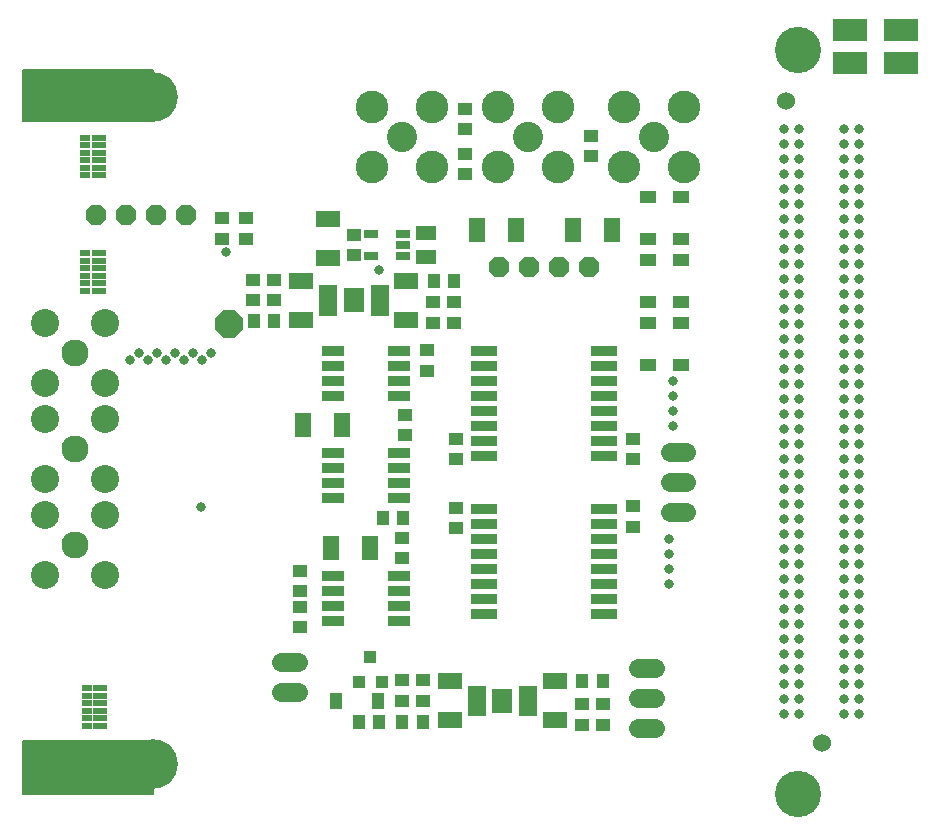
<source format=gts>
G75*
%MOIN*%
%OFA0B0*%
%FSLAX24Y24*%
%IPPOS*%
%LPD*%
%AMOC8*
5,1,8,0,0,1.08239X$1,22.5*
%
%ADD10C,0.1540*%
%ADD11C,0.0330*%
%ADD12C,0.0600*%
%ADD13R,0.0780X0.0330*%
%ADD14R,0.0880X0.0330*%
%ADD15R,0.0680X0.0460*%
%ADD16R,0.0500X0.0430*%
%ADD17R,0.0820X0.0560*%
%ADD18R,0.0430X0.0500*%
%ADD19R,0.0380X0.0230*%
%ADD20R,0.0480X0.0230*%
%ADD21R,0.0560X0.0820*%
%ADD22OC8,0.0671*%
%ADD23R,0.0474X0.0297*%
%ADD24C,0.0905*%
%ADD25C,0.0935*%
%ADD26C,0.1655*%
%ADD27C,0.0050*%
%ADD28C,0.0620*%
%ADD29R,0.0440X0.0560*%
%ADD30R,0.0395X0.0434*%
%ADD31R,0.1180X0.0730*%
%ADD32OC8,0.0680*%
%ADD33R,0.0640X0.0250*%
%ADD34R,0.0700X0.0820*%
%ADD35C,0.1010*%
%ADD36C,0.1085*%
%ADD37R,0.0560X0.0440*%
%ADD38C,0.0316*%
%ADD39OC8,0.0930*%
D10*
X032180Y004680D03*
X032180Y029480D03*
D11*
X032230Y026830D03*
X032230Y026330D03*
X032230Y025830D03*
X032230Y025330D03*
X032230Y024830D03*
X032230Y024330D03*
X032230Y023830D03*
X032230Y023330D03*
X032230Y022830D03*
X032230Y022330D03*
X032230Y021830D03*
X032230Y021330D03*
X032230Y020830D03*
X032230Y020330D03*
X032230Y019830D03*
X032230Y019330D03*
X032230Y018830D03*
X032230Y018330D03*
X032230Y017830D03*
X032230Y017330D03*
X032230Y016830D03*
X032230Y016330D03*
X032230Y015830D03*
X032230Y015330D03*
X032230Y014830D03*
X032230Y014330D03*
X032230Y013830D03*
X032230Y013330D03*
X032230Y012830D03*
X032230Y012330D03*
X032230Y011830D03*
X032230Y011330D03*
X032230Y010830D03*
X032230Y010330D03*
X032230Y009830D03*
X032230Y009330D03*
X032230Y008830D03*
X032230Y008330D03*
X032230Y007830D03*
X032230Y007330D03*
X031730Y007330D03*
X031730Y007830D03*
X031730Y008330D03*
X031730Y008830D03*
X031730Y009330D03*
X031730Y009830D03*
X031730Y010330D03*
X031730Y010830D03*
X031730Y011330D03*
X031730Y011830D03*
X031730Y012330D03*
X031730Y012830D03*
X031730Y013330D03*
X031730Y013830D03*
X031730Y014330D03*
X031730Y014830D03*
X031730Y015330D03*
X031730Y015830D03*
X031730Y016330D03*
X031730Y016830D03*
X031730Y017330D03*
X031730Y017830D03*
X031730Y018330D03*
X031730Y018830D03*
X031730Y019330D03*
X031730Y019830D03*
X031730Y020330D03*
X031730Y020830D03*
X031730Y021330D03*
X031730Y021830D03*
X031730Y022330D03*
X031730Y022830D03*
X031730Y023330D03*
X031730Y023830D03*
X031730Y024330D03*
X031730Y024830D03*
X031730Y025330D03*
X031730Y025830D03*
X031730Y026330D03*
X031730Y026830D03*
X033730Y026830D03*
X033730Y026330D03*
X033730Y025830D03*
X033730Y025330D03*
X033730Y024830D03*
X033730Y024330D03*
X033730Y023830D03*
X033730Y023330D03*
X033730Y022830D03*
X033730Y022330D03*
X033730Y021830D03*
X033730Y021330D03*
X033730Y020830D03*
X033730Y020330D03*
X033730Y019830D03*
X033730Y019330D03*
X033730Y018830D03*
X033730Y018330D03*
X033730Y017830D03*
X033730Y017330D03*
X033730Y016830D03*
X033730Y016330D03*
X033730Y015830D03*
X033730Y015330D03*
X033730Y014830D03*
X033730Y014330D03*
X033730Y013830D03*
X033730Y013330D03*
X033730Y012830D03*
X033730Y012330D03*
X033730Y011830D03*
X033730Y011330D03*
X033730Y010830D03*
X033730Y010330D03*
X033730Y009830D03*
X033730Y009330D03*
X033730Y008830D03*
X033730Y008330D03*
X033730Y007830D03*
X033730Y007330D03*
X034230Y007330D03*
X034230Y007830D03*
X034230Y008330D03*
X034230Y008830D03*
X034230Y009330D03*
X034230Y009830D03*
X034230Y010330D03*
X034230Y010830D03*
X034230Y011330D03*
X034230Y011830D03*
X034230Y012330D03*
X034230Y012830D03*
X034230Y013330D03*
X034230Y013830D03*
X034230Y014330D03*
X034230Y014830D03*
X034230Y015330D03*
X034230Y015830D03*
X034230Y016330D03*
X034230Y016830D03*
X034230Y017330D03*
X034230Y017830D03*
X034230Y018330D03*
X034230Y018830D03*
X034230Y019330D03*
X034230Y019830D03*
X034230Y020330D03*
X034230Y020830D03*
X034230Y021330D03*
X034230Y021830D03*
X034230Y022330D03*
X034230Y022830D03*
X034230Y023330D03*
X034230Y023830D03*
X034230Y024330D03*
X034230Y024830D03*
X034230Y025330D03*
X034230Y025830D03*
X034230Y026330D03*
X034230Y026830D03*
D12*
X031780Y027785D03*
X032980Y006385D03*
D13*
X018890Y010430D03*
X018890Y010930D03*
X018890Y011430D03*
X018880Y011930D03*
X016670Y011930D03*
X016670Y011430D03*
X016670Y010930D03*
X016670Y010430D03*
X016680Y014530D03*
X016670Y015030D03*
X016670Y015530D03*
X016670Y016030D03*
X016680Y017930D03*
X016670Y018430D03*
X016670Y018930D03*
X016670Y019430D03*
X018890Y019430D03*
X018890Y018930D03*
X018890Y018430D03*
X018890Y017930D03*
X018890Y016030D03*
X018890Y015530D03*
X018890Y015030D03*
X018890Y014530D03*
D14*
X021730Y014180D03*
X021730Y013680D03*
X021730Y013180D03*
X021730Y012680D03*
X021730Y012180D03*
X021730Y011680D03*
X021730Y011180D03*
X021730Y010680D03*
X025730Y010680D03*
X025730Y011180D03*
X025730Y011680D03*
X025730Y012180D03*
X025730Y012680D03*
X025730Y013180D03*
X025730Y013680D03*
X025730Y014180D03*
X025730Y015930D03*
X025730Y016430D03*
X025730Y016930D03*
X025730Y017430D03*
X025730Y017930D03*
X025730Y018430D03*
X025730Y018930D03*
X025730Y019430D03*
X021730Y019430D03*
X021730Y018930D03*
X021730Y018430D03*
X021730Y017930D03*
X021730Y017430D03*
X021730Y016930D03*
X021730Y016430D03*
X021730Y015930D03*
D15*
X019780Y022570D03*
X019780Y023390D03*
D16*
X021080Y025340D03*
X021080Y026020D03*
X021080Y026840D03*
X021080Y027520D03*
X025280Y026620D03*
X025280Y025940D03*
X020730Y021070D03*
X020730Y020390D03*
X020030Y020390D03*
X020030Y021070D03*
X019830Y019470D03*
X019830Y018790D03*
X019080Y017320D03*
X019080Y016640D03*
X020780Y016520D03*
X020780Y015840D03*
X020780Y014220D03*
X020780Y013540D03*
X018980Y013220D03*
X018980Y012540D03*
X015580Y012120D03*
X015580Y011440D03*
X015580Y010920D03*
X015580Y010240D03*
X018980Y008470D03*
X018980Y007790D03*
X019680Y007790D03*
X019680Y008470D03*
X024980Y007670D03*
X025680Y007670D03*
X025680Y006990D03*
X024980Y006990D03*
X026680Y013590D03*
X026680Y014270D03*
X026680Y015840D03*
X026680Y016520D03*
X017380Y022640D03*
X017380Y023320D03*
X014730Y021820D03*
X014730Y021140D03*
X014030Y021140D03*
X014030Y021820D03*
X013780Y023190D03*
X013780Y023870D03*
X012980Y023870D03*
X012980Y023190D03*
D17*
X015630Y021780D03*
X016530Y022530D03*
X016530Y023830D03*
X019130Y021780D03*
X019130Y020480D03*
X015630Y020480D03*
X020580Y008430D03*
X020580Y007130D03*
X024080Y007130D03*
X024080Y008430D03*
D18*
X024990Y008430D03*
X025670Y008430D03*
X019670Y007080D03*
X018990Y007080D03*
X018220Y007080D03*
X017540Y007080D03*
X018340Y013880D03*
X019020Y013880D03*
X014720Y020430D03*
X014040Y020430D03*
X020040Y021780D03*
X020720Y021780D03*
D19*
X008430Y021705D03*
X008430Y021455D03*
X008430Y021955D03*
X008430Y022205D03*
X008430Y022455D03*
X008430Y022705D03*
X008430Y025305D03*
X008430Y025555D03*
X008430Y025805D03*
X008430Y026055D03*
X008430Y026305D03*
X008430Y026555D03*
X008480Y008205D03*
X008480Y007955D03*
X008480Y007705D03*
X008480Y007455D03*
X008480Y007205D03*
X008480Y006955D03*
D20*
X008930Y006955D03*
X008930Y007205D03*
X008930Y007455D03*
X008930Y007705D03*
X008930Y007955D03*
X008930Y008205D03*
X008880Y021455D03*
X008880Y021705D03*
X008880Y021955D03*
X008880Y022205D03*
X008880Y022455D03*
X008880Y022705D03*
X008880Y025305D03*
X008880Y025555D03*
X008880Y025805D03*
X008880Y026055D03*
X008880Y026305D03*
X008880Y026555D03*
D21*
X015680Y016980D03*
X016980Y016980D03*
X016630Y012880D03*
X017930Y012880D03*
X021480Y023480D03*
X022780Y023480D03*
X024680Y023480D03*
X025980Y023480D03*
D22*
X025230Y022230D03*
X024230Y022230D03*
X023230Y022230D03*
X022230Y022230D03*
D23*
X019011Y022606D03*
X019011Y022980D03*
X019011Y023354D03*
X017949Y023354D03*
X017949Y022606D03*
D24*
X008080Y019380D03*
X008080Y016180D03*
X008080Y012980D03*
D25*
X007080Y011980D03*
X009080Y011980D03*
X009080Y013980D03*
X009080Y015180D03*
X007080Y015180D03*
X007080Y013980D03*
X007080Y017180D03*
X007080Y018380D03*
X009080Y018380D03*
X009080Y017180D03*
X009080Y020380D03*
X007080Y020380D03*
D26*
X010684Y027928D03*
X010684Y005664D03*
D27*
X010684Y004680D02*
X006353Y004680D01*
X006353Y006452D01*
X010684Y006452D01*
X010684Y004680D01*
X006353Y004680D01*
X006353Y004729D02*
X010684Y004729D01*
X010684Y004777D02*
X006353Y004777D01*
X006353Y004826D02*
X010684Y004826D01*
X010684Y004874D02*
X006353Y004874D01*
X006353Y004923D02*
X010684Y004923D01*
X010684Y004971D02*
X006353Y004971D01*
X006353Y005020D02*
X010684Y005020D01*
X010684Y005068D02*
X006353Y005068D01*
X006353Y005117D02*
X010684Y005117D01*
X010684Y005165D02*
X006353Y005165D01*
X006353Y005214D02*
X010684Y005214D01*
X010684Y005262D02*
X006353Y005262D01*
X006353Y005311D02*
X010684Y005311D01*
X010684Y005359D02*
X006353Y005359D01*
X006353Y005408D02*
X010684Y005408D01*
X010684Y005456D02*
X006353Y005456D01*
X006353Y005505D02*
X010684Y005505D01*
X010684Y005553D02*
X006353Y005553D01*
X006353Y005602D02*
X010684Y005602D01*
X010684Y005650D02*
X006353Y005650D01*
X006353Y005699D02*
X010684Y005699D01*
X010684Y005747D02*
X006353Y005747D01*
X006353Y005796D02*
X010684Y005796D01*
X010684Y005844D02*
X006353Y005844D01*
X006353Y005893D02*
X010684Y005893D01*
X010684Y005941D02*
X006353Y005941D01*
X006353Y005990D02*
X010684Y005990D01*
X010684Y006038D02*
X006353Y006038D01*
X006353Y006087D02*
X010684Y006087D01*
X010684Y006135D02*
X006353Y006135D01*
X006353Y006184D02*
X010684Y006184D01*
X010684Y006232D02*
X006353Y006232D01*
X006353Y006281D02*
X010684Y006281D01*
X010684Y006329D02*
X006353Y006329D01*
X006353Y006378D02*
X010684Y006378D01*
X010684Y006426D02*
X006353Y006426D01*
X006353Y027121D02*
X006353Y028814D01*
X010684Y028814D01*
X010684Y027121D01*
X006353Y027121D01*
X006353Y027136D02*
X010684Y027136D01*
X010684Y027184D02*
X006353Y027184D01*
X006353Y027233D02*
X010684Y027233D01*
X010684Y027281D02*
X006353Y027281D01*
X006353Y027330D02*
X010684Y027330D01*
X010684Y027378D02*
X006353Y027378D01*
X006353Y027427D02*
X010684Y027427D01*
X010684Y027475D02*
X006353Y027475D01*
X006353Y027524D02*
X010684Y027524D01*
X010684Y027572D02*
X006353Y027572D01*
X006353Y027621D02*
X010684Y027621D01*
X010684Y027669D02*
X006353Y027669D01*
X006353Y027718D02*
X010684Y027718D01*
X010684Y027766D02*
X006353Y027766D01*
X006353Y027815D02*
X010684Y027815D01*
X010684Y027863D02*
X006353Y027863D01*
X006353Y027912D02*
X010684Y027912D01*
X010684Y027960D02*
X006353Y027960D01*
X006353Y028009D02*
X010684Y028009D01*
X010684Y028057D02*
X006353Y028057D01*
X006353Y028106D02*
X010684Y028106D01*
X010684Y028154D02*
X006353Y028154D01*
X006353Y028203D02*
X010684Y028203D01*
X010684Y028251D02*
X006353Y028251D01*
X006353Y028300D02*
X010684Y028300D01*
X010684Y028348D02*
X006353Y028348D01*
X006353Y028397D02*
X010684Y028397D01*
X010684Y028445D02*
X006353Y028445D01*
X006353Y028494D02*
X010684Y028494D01*
X010684Y028542D02*
X006353Y028542D01*
X006353Y028591D02*
X010684Y028591D01*
X010684Y028639D02*
X006353Y028639D01*
X006353Y028688D02*
X010684Y028688D01*
X010684Y028736D02*
X006353Y028736D01*
X006353Y028785D02*
X010684Y028785D01*
D28*
X027910Y016080D02*
X028450Y016080D01*
X028450Y015080D02*
X027910Y015080D01*
X027910Y014080D02*
X028450Y014080D01*
X027400Y008880D02*
X026860Y008880D01*
X026860Y007880D02*
X027400Y007880D01*
X027400Y006880D02*
X026860Y006880D01*
X015500Y008080D02*
X014960Y008080D01*
X014960Y009080D02*
X015500Y009080D01*
D29*
X016771Y007780D03*
X018189Y007780D03*
D30*
X018304Y008403D03*
X017556Y008403D03*
X017930Y009230D03*
D31*
X033930Y029030D03*
X033930Y030130D03*
X035630Y030130D03*
X035630Y029030D03*
D32*
X011780Y023980D03*
X010780Y023980D03*
X009780Y023980D03*
X008780Y023980D03*
D33*
X016520Y021510D03*
X016520Y021260D03*
X016520Y021000D03*
X016520Y020750D03*
X018240Y020750D03*
X018240Y021000D03*
X018240Y021260D03*
X018240Y021510D03*
X021470Y008160D03*
X021470Y007910D03*
X021470Y007650D03*
X021470Y007400D03*
X023190Y007400D03*
X023190Y007650D03*
X023190Y007910D03*
X023190Y008160D03*
D34*
X022330Y007780D03*
X017380Y021130D03*
D35*
X018980Y026580D03*
X023180Y026580D03*
X027380Y026580D03*
D36*
X028380Y027580D03*
X028380Y025580D03*
X026380Y025580D03*
X026380Y027580D03*
X024180Y027580D03*
X024180Y025580D03*
X022180Y025580D03*
X022180Y027580D03*
X019980Y027580D03*
X019980Y025580D03*
X017980Y025580D03*
X017980Y027580D03*
D37*
X027180Y024589D03*
X028280Y024589D03*
X028280Y023171D03*
X028280Y022489D03*
X027180Y022489D03*
X027180Y023171D03*
X027180Y021071D03*
X027180Y020389D03*
X028280Y020389D03*
X028280Y021071D03*
X028280Y018971D03*
X027180Y018971D03*
D38*
X028030Y018430D03*
X028030Y017930D03*
X028030Y017430D03*
X028030Y016930D03*
X027880Y013180D03*
X027880Y012680D03*
X027880Y012180D03*
X027880Y011680D03*
X018230Y022130D03*
X013130Y022730D03*
X012630Y019380D03*
X012330Y019130D03*
X012030Y019380D03*
X011730Y019130D03*
X011430Y019380D03*
X011130Y019130D03*
X010830Y019380D03*
X010530Y019130D03*
X010230Y019380D03*
X009930Y019130D03*
X012280Y014230D03*
D39*
X013230Y020330D03*
M02*

</source>
